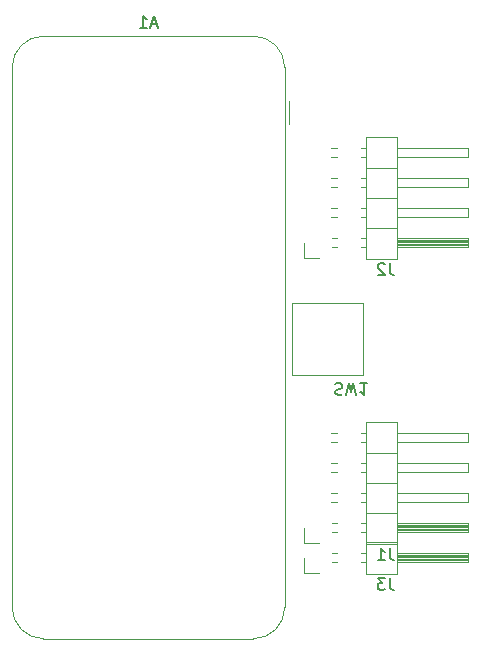
<source format=gbr>
%TF.GenerationSoftware,KiCad,Pcbnew,(6.0.2-0)*%
%TF.CreationDate,2022-06-23T22:24:52+02:00*%
%TF.ProjectId,CapSenseDuo,43617053-656e-4736-9544-756f2e6b6963,rev?*%
%TF.SameCoordinates,Original*%
%TF.FileFunction,Legend,Bot*%
%TF.FilePolarity,Positive*%
%FSLAX46Y46*%
G04 Gerber Fmt 4.6, Leading zero omitted, Abs format (unit mm)*
G04 Created by KiCad (PCBNEW (6.0.2-0)) date 2022-06-23 22:24:52*
%MOMM*%
%LPD*%
G01*
G04 APERTURE LIST*
%ADD10C,0.150000*%
%ADD11C,0.120000*%
G04 APERTURE END LIST*
D10*
%TO.C,J3*%
X132037333Y-145857380D02*
X132037333Y-146571666D01*
X132084952Y-146714523D01*
X132180190Y-146809761D01*
X132323047Y-146857380D01*
X132418285Y-146857380D01*
X131656380Y-145857380D02*
X131037333Y-145857380D01*
X131370666Y-146238333D01*
X131227809Y-146238333D01*
X131132571Y-146285952D01*
X131084952Y-146333571D01*
X131037333Y-146428809D01*
X131037333Y-146666904D01*
X131084952Y-146762142D01*
X131132571Y-146809761D01*
X131227809Y-146857380D01*
X131513523Y-146857380D01*
X131608761Y-146809761D01*
X131656380Y-146762142D01*
%TO.C,J2*%
X132037333Y-119187380D02*
X132037333Y-119901666D01*
X132084952Y-120044523D01*
X132180190Y-120139761D01*
X132323047Y-120187380D01*
X132418285Y-120187380D01*
X131608761Y-119282619D02*
X131561142Y-119235000D01*
X131465904Y-119187380D01*
X131227809Y-119187380D01*
X131132571Y-119235000D01*
X131084952Y-119282619D01*
X131037333Y-119377857D01*
X131037333Y-119473095D01*
X131084952Y-119615952D01*
X131656380Y-120187380D01*
X131037333Y-120187380D01*
%TO.C,J1*%
X132037333Y-143317380D02*
X132037333Y-144031666D01*
X132084952Y-144174523D01*
X132180190Y-144269761D01*
X132323047Y-144317380D01*
X132418285Y-144317380D01*
X131037333Y-144317380D02*
X131608761Y-144317380D01*
X131323047Y-144317380D02*
X131323047Y-143317380D01*
X131418285Y-143460238D01*
X131513523Y-143555476D01*
X131608761Y-143603095D01*
%TO.C,A1*%
X112334082Y-98967500D02*
X111857892Y-98967500D01*
X112429320Y-99253214D02*
X112095987Y-98253214D01*
X111762654Y-99253214D01*
X110905511Y-99253214D02*
X111476939Y-99253214D01*
X111191225Y-99253214D02*
X111191225Y-98253214D01*
X111286463Y-98396072D01*
X111381701Y-98491310D01*
X111476939Y-98538929D01*
%TO.C,SW1*%
X127452666Y-129389238D02*
X127595523Y-129341619D01*
X127833619Y-129341619D01*
X127928857Y-129389238D01*
X127976476Y-129436857D01*
X128024095Y-129532095D01*
X128024095Y-129627333D01*
X127976476Y-129722571D01*
X127928857Y-129770190D01*
X127833619Y-129817809D01*
X127643142Y-129865428D01*
X127547904Y-129913047D01*
X127500285Y-129960666D01*
X127452666Y-130055904D01*
X127452666Y-130151142D01*
X127500285Y-130246380D01*
X127547904Y-130294000D01*
X127643142Y-130341619D01*
X127881238Y-130341619D01*
X128024095Y-130294000D01*
X128357428Y-130341619D02*
X128595523Y-129341619D01*
X128786000Y-130055904D01*
X128976476Y-129341619D01*
X129214571Y-130341619D01*
X130119333Y-129341619D02*
X129547904Y-129341619D01*
X129833619Y-129341619D02*
X129833619Y-130341619D01*
X129738380Y-130198761D01*
X129643142Y-130103523D01*
X129547904Y-130055904D01*
D11*
%TO.C,J3*%
X132689000Y-143975000D02*
X138689000Y-143975000D01*
X130029000Y-142805000D02*
X132689000Y-142805000D01*
X127159000Y-144515000D02*
X127546071Y-144515000D01*
X132689000Y-144455000D02*
X138689000Y-144455000D01*
X129631929Y-144515000D02*
X130029000Y-144515000D01*
X132689000Y-144515000D02*
X138689000Y-144515000D01*
X138689000Y-143755000D02*
X132689000Y-143755000D01*
X132689000Y-142805000D02*
X132689000Y-145465000D01*
X138689000Y-144515000D02*
X138689000Y-143755000D01*
X124779000Y-144135000D02*
X124779000Y-145405000D01*
X132689000Y-144095000D02*
X138689000Y-144095000D01*
X132689000Y-144215000D02*
X138689000Y-144215000D01*
X132689000Y-144335000D02*
X138689000Y-144335000D01*
X132689000Y-145465000D02*
X130029000Y-145465000D01*
X124779000Y-145405000D02*
X126049000Y-145405000D01*
X127159000Y-143755000D02*
X127546071Y-143755000D01*
X132689000Y-143855000D02*
X138689000Y-143855000D01*
X130029000Y-145465000D02*
X130029000Y-142805000D01*
X129631929Y-143755000D02*
X130029000Y-143755000D01*
%TO.C,J2*%
X138689000Y-117085000D02*
X132689000Y-117085000D01*
X129631929Y-115305000D02*
X130029000Y-115305000D01*
X129631929Y-114545000D02*
X130029000Y-114545000D01*
X138689000Y-112765000D02*
X138689000Y-112005000D01*
X130029000Y-113655000D02*
X132689000Y-113655000D01*
X130029000Y-118795000D02*
X130029000Y-108515000D01*
X132689000Y-117185000D02*
X138689000Y-117185000D01*
X129631929Y-112765000D02*
X130029000Y-112765000D01*
X138689000Y-110225000D02*
X138689000Y-109465000D01*
X127091929Y-112765000D02*
X127546071Y-112765000D01*
X138689000Y-112005000D02*
X132689000Y-112005000D01*
X127091929Y-109465000D02*
X127546071Y-109465000D01*
X138689000Y-117845000D02*
X138689000Y-117085000D01*
X132689000Y-118795000D02*
X130029000Y-118795000D01*
X138689000Y-114545000D02*
X132689000Y-114545000D01*
X130029000Y-111115000D02*
X132689000Y-111115000D01*
X127091929Y-110225000D02*
X127546071Y-110225000D01*
X132689000Y-117845000D02*
X138689000Y-117845000D01*
X138689000Y-115305000D02*
X138689000Y-114545000D01*
X124779000Y-117465000D02*
X124779000Y-118735000D01*
X132689000Y-115305000D02*
X138689000Y-115305000D01*
X129631929Y-110225000D02*
X130029000Y-110225000D01*
X132689000Y-112765000D02*
X138689000Y-112765000D01*
X127091929Y-115305000D02*
X127546071Y-115305000D01*
X132689000Y-117425000D02*
X138689000Y-117425000D01*
X129631929Y-117085000D02*
X130029000Y-117085000D01*
X127159000Y-117085000D02*
X127546071Y-117085000D01*
X132689000Y-117785000D02*
X138689000Y-117785000D01*
X132689000Y-108515000D02*
X132689000Y-118795000D01*
X132689000Y-117545000D02*
X138689000Y-117545000D01*
X129631929Y-109465000D02*
X130029000Y-109465000D01*
X132689000Y-117665000D02*
X138689000Y-117665000D01*
X132689000Y-117305000D02*
X138689000Y-117305000D01*
X127159000Y-117845000D02*
X127546071Y-117845000D01*
X127091929Y-114545000D02*
X127546071Y-114545000D01*
X138689000Y-109465000D02*
X132689000Y-109465000D01*
X132689000Y-110225000D02*
X138689000Y-110225000D01*
X129631929Y-117845000D02*
X130029000Y-117845000D01*
X124779000Y-118735000D02*
X126049000Y-118735000D01*
X130029000Y-108515000D02*
X132689000Y-108515000D01*
X130029000Y-116195000D02*
X132689000Y-116195000D01*
X129631929Y-112005000D02*
X130029000Y-112005000D01*
X127091929Y-112005000D02*
X127546071Y-112005000D01*
%TO.C,J1*%
X130029000Y-137785000D02*
X132689000Y-137785000D01*
X129631929Y-141215000D02*
X130029000Y-141215000D01*
X130029000Y-132645000D02*
X132689000Y-132645000D01*
X127091929Y-134355000D02*
X127546071Y-134355000D01*
X132689000Y-141315000D02*
X138689000Y-141315000D01*
X130029000Y-142925000D02*
X130029000Y-132645000D01*
X129631929Y-136895000D02*
X130029000Y-136895000D01*
X124779000Y-142865000D02*
X126049000Y-142865000D01*
X127091929Y-139435000D02*
X127546071Y-139435000D01*
X138689000Y-138675000D02*
X132689000Y-138675000D01*
X132689000Y-136895000D02*
X138689000Y-136895000D01*
X129631929Y-133595000D02*
X130029000Y-133595000D01*
X129631929Y-139435000D02*
X130029000Y-139435000D01*
X130029000Y-140325000D02*
X132689000Y-140325000D01*
X138689000Y-134355000D02*
X138689000Y-133595000D01*
X129631929Y-138675000D02*
X130029000Y-138675000D01*
X127091929Y-136135000D02*
X127546071Y-136135000D01*
X132689000Y-132645000D02*
X132689000Y-142925000D01*
X129631929Y-134355000D02*
X130029000Y-134355000D01*
X132689000Y-141915000D02*
X138689000Y-141915000D01*
X132689000Y-141435000D02*
X138689000Y-141435000D01*
X127091929Y-133595000D02*
X127546071Y-133595000D01*
X138689000Y-133595000D02*
X132689000Y-133595000D01*
X132689000Y-141795000D02*
X138689000Y-141795000D01*
X129631929Y-141975000D02*
X130029000Y-141975000D01*
X130029000Y-135245000D02*
X132689000Y-135245000D01*
X132689000Y-139435000D02*
X138689000Y-139435000D01*
X127091929Y-138675000D02*
X127546071Y-138675000D01*
X129631929Y-136135000D02*
X130029000Y-136135000D01*
X132689000Y-141555000D02*
X138689000Y-141555000D01*
X138689000Y-141975000D02*
X138689000Y-141215000D01*
X132689000Y-141975000D02*
X138689000Y-141975000D01*
X138689000Y-136135000D02*
X132689000Y-136135000D01*
X127159000Y-141215000D02*
X127546071Y-141215000D01*
X132689000Y-142925000D02*
X130029000Y-142925000D01*
X132689000Y-134355000D02*
X138689000Y-134355000D01*
X138689000Y-141215000D02*
X132689000Y-141215000D01*
X138689000Y-136895000D02*
X138689000Y-136135000D01*
X127159000Y-141975000D02*
X127546071Y-141975000D01*
X124779000Y-141595000D02*
X124779000Y-142865000D01*
X132689000Y-141675000D02*
X138689000Y-141675000D01*
X127091929Y-136895000D02*
X127546071Y-136895000D01*
X138689000Y-139435000D02*
X138689000Y-138675000D01*
%TO.C,A1*%
X102729797Y-99960834D02*
X120509797Y-99960834D01*
X123159797Y-102610834D02*
X123159797Y-148330834D01*
X100079797Y-102610834D02*
X100079797Y-148330834D01*
X123479797Y-107420834D02*
X123479797Y-105420834D01*
X102729797Y-150980834D02*
X120509797Y-150980834D01*
X120509797Y-150980834D02*
G75*
G03*
X123159797Y-148330834I0J2650000D01*
G01*
X100079797Y-148330834D02*
G75*
G03*
X102729797Y-150980834I2650000J0D01*
G01*
X102729797Y-99960834D02*
G75*
G03*
X100079797Y-102610834I0J-2650000D01*
G01*
X123159797Y-102610834D02*
G75*
G03*
X120509797Y-99960834I-2650000J0D01*
G01*
%TO.C,SW1*%
X129746000Y-128653000D02*
X123746000Y-128653000D01*
X123746000Y-128653000D02*
X123746000Y-122553000D01*
X123746000Y-122553000D02*
X129746000Y-122553000D01*
X129746000Y-122553000D02*
X129746000Y-128653000D01*
%TD*%
M02*

</source>
